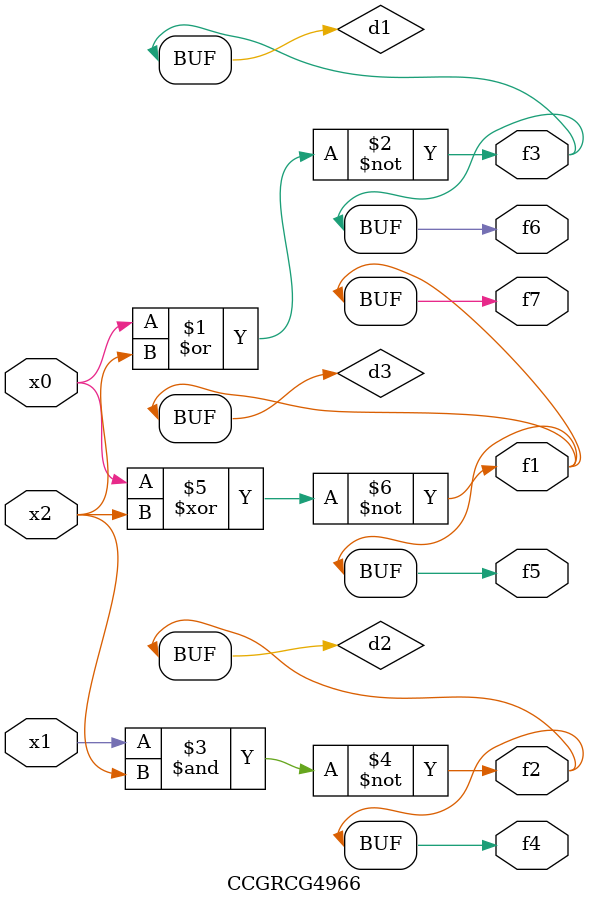
<source format=v>
module CCGRCG4966(
	input x0, x1, x2,
	output f1, f2, f3, f4, f5, f6, f7
);

	wire d1, d2, d3;

	nor (d1, x0, x2);
	nand (d2, x1, x2);
	xnor (d3, x0, x2);
	assign f1 = d3;
	assign f2 = d2;
	assign f3 = d1;
	assign f4 = d2;
	assign f5 = d3;
	assign f6 = d1;
	assign f7 = d3;
endmodule

</source>
